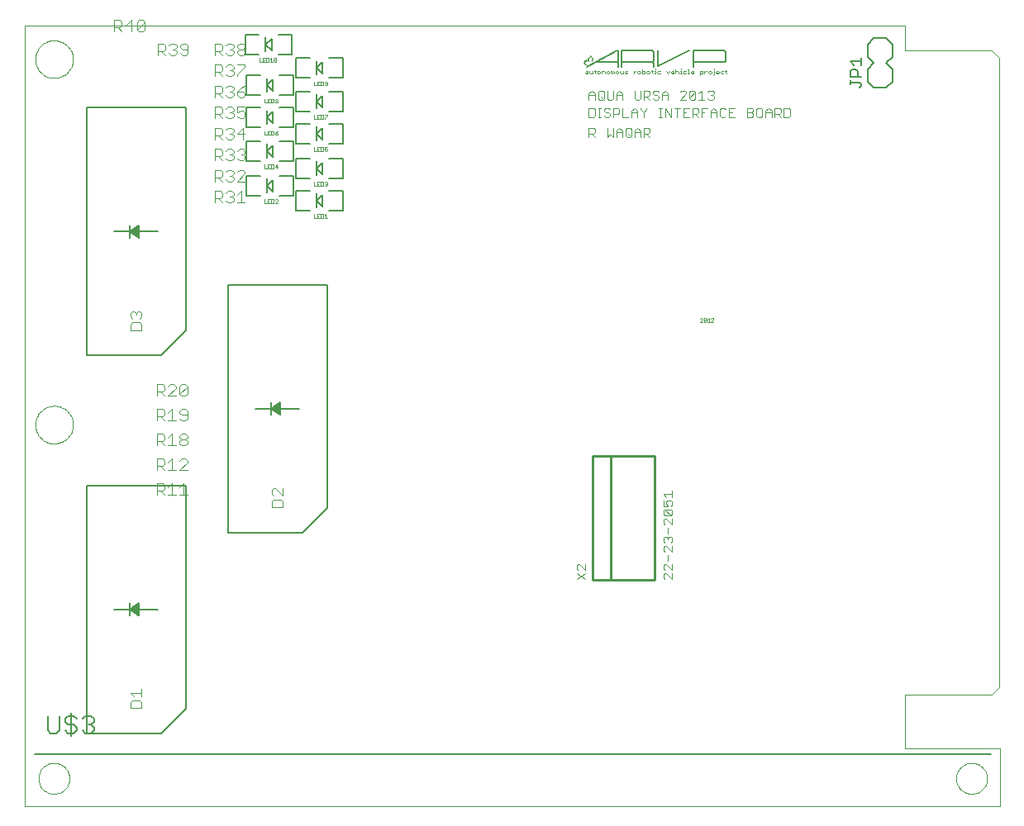
<source format=gto>
G75*
G70*
%OFA0B0*%
%FSLAX24Y24*%
%IPPOS*%
%LPD*%
%AMOC8*
5,1,8,0,0,1.08239X$1,22.5*
%
%ADD10C,0.0000*%
%ADD11C,0.0030*%
%ADD12C,0.0010*%
%ADD13C,0.0040*%
%ADD14C,0.0080*%
%ADD15C,0.0050*%
%ADD16C,0.0060*%
%ADD17C,0.0100*%
%ADD18C,0.0020*%
D10*
X000161Y010210D02*
X000161Y041706D01*
X035661Y041710D01*
X035661Y040710D01*
X039161Y040710D01*
X039461Y040410D01*
X039461Y015010D01*
X039161Y014710D01*
X035661Y014710D01*
X035661Y013710D01*
X035661Y014710D02*
X035661Y012560D01*
X039511Y012560D01*
X039511Y010210D01*
X000161Y010210D01*
X000732Y011337D02*
X000734Y011387D01*
X000740Y011436D01*
X000750Y011485D01*
X000763Y011532D01*
X000781Y011579D01*
X000802Y011624D01*
X000826Y011667D01*
X000854Y011708D01*
X000885Y011747D01*
X000919Y011783D01*
X000956Y011817D01*
X000996Y011847D01*
X001037Y011874D01*
X001081Y011898D01*
X001126Y011918D01*
X001173Y011934D01*
X001221Y011947D01*
X001270Y011956D01*
X001320Y011961D01*
X001369Y011962D01*
X001419Y011959D01*
X001468Y011952D01*
X001517Y011941D01*
X001564Y011927D01*
X001610Y011908D01*
X001655Y011886D01*
X001698Y011861D01*
X001738Y011832D01*
X001776Y011800D01*
X001812Y011766D01*
X001845Y011728D01*
X001874Y011688D01*
X001900Y011646D01*
X001923Y011602D01*
X001942Y011556D01*
X001958Y011509D01*
X001970Y011460D01*
X001978Y011411D01*
X001982Y011362D01*
X001982Y011312D01*
X001978Y011263D01*
X001970Y011214D01*
X001958Y011165D01*
X001942Y011118D01*
X001923Y011072D01*
X001900Y011028D01*
X001874Y010986D01*
X001845Y010946D01*
X001812Y010908D01*
X001776Y010874D01*
X001738Y010842D01*
X001698Y010813D01*
X001655Y010788D01*
X001610Y010766D01*
X001564Y010747D01*
X001517Y010733D01*
X001468Y010722D01*
X001419Y010715D01*
X001369Y010712D01*
X001320Y010713D01*
X001270Y010718D01*
X001221Y010727D01*
X001173Y010740D01*
X001126Y010756D01*
X001081Y010776D01*
X001037Y010800D01*
X000996Y010827D01*
X000956Y010857D01*
X000919Y010891D01*
X000885Y010927D01*
X000854Y010966D01*
X000826Y011007D01*
X000802Y011050D01*
X000781Y011095D01*
X000763Y011142D01*
X000750Y011189D01*
X000740Y011238D01*
X000734Y011287D01*
X000732Y011337D01*
X000601Y025610D02*
X000603Y025665D01*
X000609Y025719D01*
X000619Y025773D01*
X000632Y025827D01*
X000650Y025879D01*
X000671Y025929D01*
X000696Y025978D01*
X000724Y026025D01*
X000756Y026070D01*
X000791Y026112D01*
X000828Y026152D01*
X000869Y026189D01*
X000912Y026223D01*
X000957Y026254D01*
X001005Y026281D01*
X001054Y026305D01*
X001105Y026326D01*
X001158Y026342D01*
X001211Y026355D01*
X001265Y026364D01*
X001320Y026369D01*
X001375Y026370D01*
X001430Y026367D01*
X001484Y026360D01*
X001538Y026349D01*
X001591Y026334D01*
X001642Y026316D01*
X001693Y026294D01*
X001741Y026268D01*
X001788Y026239D01*
X001832Y026207D01*
X001874Y026171D01*
X001913Y026133D01*
X001949Y026091D01*
X001982Y026048D01*
X002012Y026002D01*
X002039Y025954D01*
X002062Y025904D01*
X002081Y025853D01*
X002097Y025800D01*
X002109Y025746D01*
X002117Y025692D01*
X002121Y025637D01*
X002121Y025583D01*
X002117Y025528D01*
X002109Y025474D01*
X002097Y025420D01*
X002081Y025367D01*
X002062Y025316D01*
X002039Y025266D01*
X002012Y025218D01*
X001982Y025172D01*
X001949Y025129D01*
X001913Y025087D01*
X001874Y025049D01*
X001832Y025013D01*
X001788Y024981D01*
X001741Y024952D01*
X001693Y024926D01*
X001642Y024904D01*
X001591Y024886D01*
X001538Y024871D01*
X001484Y024860D01*
X001430Y024853D01*
X001375Y024850D01*
X001320Y024851D01*
X001265Y024856D01*
X001211Y024865D01*
X001158Y024878D01*
X001105Y024894D01*
X001054Y024915D01*
X001005Y024939D01*
X000957Y024966D01*
X000912Y024997D01*
X000869Y025031D01*
X000828Y025068D01*
X000791Y025108D01*
X000756Y025150D01*
X000724Y025195D01*
X000696Y025242D01*
X000671Y025291D01*
X000650Y025341D01*
X000632Y025393D01*
X000619Y025447D01*
X000609Y025501D01*
X000603Y025555D01*
X000601Y025610D01*
X000601Y040360D02*
X000603Y040415D01*
X000609Y040469D01*
X000619Y040523D01*
X000632Y040577D01*
X000650Y040629D01*
X000671Y040679D01*
X000696Y040728D01*
X000724Y040775D01*
X000756Y040820D01*
X000791Y040862D01*
X000828Y040902D01*
X000869Y040939D01*
X000912Y040973D01*
X000957Y041004D01*
X001005Y041031D01*
X001054Y041055D01*
X001105Y041076D01*
X001158Y041092D01*
X001211Y041105D01*
X001265Y041114D01*
X001320Y041119D01*
X001375Y041120D01*
X001430Y041117D01*
X001484Y041110D01*
X001538Y041099D01*
X001591Y041084D01*
X001642Y041066D01*
X001693Y041044D01*
X001741Y041018D01*
X001788Y040989D01*
X001832Y040957D01*
X001874Y040921D01*
X001913Y040883D01*
X001949Y040841D01*
X001982Y040798D01*
X002012Y040752D01*
X002039Y040704D01*
X002062Y040654D01*
X002081Y040603D01*
X002097Y040550D01*
X002109Y040496D01*
X002117Y040442D01*
X002121Y040387D01*
X002121Y040333D01*
X002117Y040278D01*
X002109Y040224D01*
X002097Y040170D01*
X002081Y040117D01*
X002062Y040066D01*
X002039Y040016D01*
X002012Y039968D01*
X001982Y039922D01*
X001949Y039879D01*
X001913Y039837D01*
X001874Y039799D01*
X001832Y039763D01*
X001788Y039731D01*
X001741Y039702D01*
X001693Y039676D01*
X001642Y039654D01*
X001591Y039636D01*
X001538Y039621D01*
X001484Y039610D01*
X001430Y039603D01*
X001375Y039600D01*
X001320Y039601D01*
X001265Y039606D01*
X001211Y039615D01*
X001158Y039628D01*
X001105Y039644D01*
X001054Y039665D01*
X001005Y039689D01*
X000957Y039716D01*
X000912Y039747D01*
X000869Y039781D01*
X000828Y039818D01*
X000791Y039858D01*
X000756Y039900D01*
X000724Y039945D01*
X000696Y039992D01*
X000671Y040041D01*
X000650Y040091D01*
X000632Y040143D01*
X000619Y040197D01*
X000609Y040251D01*
X000603Y040305D01*
X000601Y040360D01*
X035661Y040706D02*
X035661Y041710D01*
X037740Y011337D02*
X037742Y011387D01*
X037748Y011436D01*
X037758Y011485D01*
X037771Y011532D01*
X037789Y011579D01*
X037810Y011624D01*
X037834Y011667D01*
X037862Y011708D01*
X037893Y011747D01*
X037927Y011783D01*
X037964Y011817D01*
X038004Y011847D01*
X038045Y011874D01*
X038089Y011898D01*
X038134Y011918D01*
X038181Y011934D01*
X038229Y011947D01*
X038278Y011956D01*
X038328Y011961D01*
X038377Y011962D01*
X038427Y011959D01*
X038476Y011952D01*
X038525Y011941D01*
X038572Y011927D01*
X038618Y011908D01*
X038663Y011886D01*
X038706Y011861D01*
X038746Y011832D01*
X038784Y011800D01*
X038820Y011766D01*
X038853Y011728D01*
X038882Y011688D01*
X038908Y011646D01*
X038931Y011602D01*
X038950Y011556D01*
X038966Y011509D01*
X038978Y011460D01*
X038986Y011411D01*
X038990Y011362D01*
X038990Y011312D01*
X038986Y011263D01*
X038978Y011214D01*
X038966Y011165D01*
X038950Y011118D01*
X038931Y011072D01*
X038908Y011028D01*
X038882Y010986D01*
X038853Y010946D01*
X038820Y010908D01*
X038784Y010874D01*
X038746Y010842D01*
X038706Y010813D01*
X038663Y010788D01*
X038618Y010766D01*
X038572Y010747D01*
X038525Y010733D01*
X038476Y010722D01*
X038427Y010715D01*
X038377Y010712D01*
X038328Y010713D01*
X038278Y010718D01*
X038229Y010727D01*
X038181Y010740D01*
X038134Y010756D01*
X038089Y010776D01*
X038045Y010800D01*
X038004Y010827D01*
X037964Y010857D01*
X037927Y010891D01*
X037893Y010927D01*
X037862Y010966D01*
X037834Y011007D01*
X037810Y011050D01*
X037789Y011095D01*
X037771Y011142D01*
X037758Y011189D01*
X037748Y011238D01*
X037742Y011287D01*
X037740Y011337D01*
D11*
X025383Y037225D02*
X025260Y037348D01*
X025321Y037348D02*
X025136Y037348D01*
X025136Y037225D02*
X025136Y037595D01*
X025321Y037595D01*
X025383Y037533D01*
X025383Y037410D01*
X025321Y037348D01*
X025015Y037410D02*
X024768Y037410D01*
X024768Y037472D02*
X024768Y037225D01*
X024646Y037225D02*
X024523Y037348D01*
X024585Y037225D02*
X024461Y037225D01*
X024399Y037286D01*
X024399Y037533D01*
X024461Y037595D01*
X024585Y037595D01*
X024646Y037533D01*
X024646Y037286D01*
X024585Y037225D01*
X024278Y037225D02*
X024278Y037472D01*
X024155Y037595D01*
X024031Y037472D01*
X024031Y037225D01*
X023910Y037225D02*
X023910Y037595D01*
X024031Y037410D02*
X024278Y037410D01*
X023910Y037225D02*
X023786Y037348D01*
X023663Y037225D01*
X023663Y037595D01*
X023602Y038025D02*
X023540Y038086D01*
X023602Y038025D02*
X023725Y038025D01*
X023787Y038086D01*
X023787Y038148D01*
X023725Y038210D01*
X023602Y038210D01*
X023540Y038272D01*
X023540Y038333D01*
X023602Y038395D01*
X023725Y038395D01*
X023787Y038333D01*
X023908Y038395D02*
X024094Y038395D01*
X024155Y038333D01*
X024155Y038210D01*
X024094Y038148D01*
X023908Y038148D01*
X023908Y038025D02*
X023908Y038395D01*
X023848Y038725D02*
X023910Y038786D01*
X023910Y039095D01*
X024031Y038972D02*
X024155Y039095D01*
X024278Y038972D01*
X024278Y038725D01*
X024278Y038910D02*
X024031Y038910D01*
X024031Y038972D02*
X024031Y038725D01*
X023848Y038725D02*
X023725Y038725D01*
X023663Y038786D01*
X023663Y039095D01*
X023541Y039033D02*
X023541Y038786D01*
X023480Y038725D01*
X023356Y038725D01*
X023295Y038786D01*
X023295Y039033D01*
X023356Y039095D01*
X023480Y039095D01*
X023541Y039033D01*
X023418Y038848D02*
X023541Y038725D01*
X023418Y038395D02*
X023295Y038395D01*
X023356Y038395D02*
X023356Y038025D01*
X023295Y038025D02*
X023418Y038025D01*
X023173Y038086D02*
X023173Y038333D01*
X023111Y038395D01*
X022926Y038395D01*
X022926Y038025D01*
X023111Y038025D01*
X023173Y038086D01*
X023111Y037595D02*
X023173Y037533D01*
X023173Y037410D01*
X023111Y037348D01*
X022926Y037348D01*
X022926Y037225D02*
X022926Y037595D01*
X023111Y037595D01*
X023050Y037348D02*
X023173Y037225D01*
X024277Y038025D02*
X024277Y038395D01*
X024277Y038025D02*
X024524Y038025D01*
X024645Y038025D02*
X024645Y038272D01*
X024768Y038395D01*
X024892Y038272D01*
X024892Y038025D01*
X024892Y038210D02*
X024645Y038210D01*
X025013Y038333D02*
X025137Y038210D01*
X025137Y038025D01*
X025137Y038210D02*
X025260Y038333D01*
X025260Y038395D01*
X025013Y038395D02*
X025013Y038333D01*
X024953Y038725D02*
X025015Y038786D01*
X025015Y039095D01*
X025136Y039095D02*
X025321Y039095D01*
X025383Y039033D01*
X025383Y038910D01*
X025321Y038848D01*
X025136Y038848D01*
X025136Y038725D02*
X025136Y039095D01*
X025260Y038848D02*
X025383Y038725D01*
X025504Y038786D02*
X025566Y038725D01*
X025690Y038725D01*
X025751Y038786D01*
X025751Y038848D01*
X025690Y038910D01*
X025566Y038910D01*
X025504Y038972D01*
X025504Y039033D01*
X025566Y039095D01*
X025690Y039095D01*
X025751Y039033D01*
X025873Y038972D02*
X025996Y039095D01*
X026120Y038972D01*
X026120Y038725D01*
X026120Y038910D02*
X025873Y038910D01*
X025873Y038972D02*
X025873Y038725D01*
X025873Y038395D02*
X025750Y038395D01*
X025812Y038395D02*
X025812Y038025D01*
X025873Y038025D02*
X025750Y038025D01*
X025995Y038025D02*
X025995Y038395D01*
X026242Y038025D01*
X026242Y038395D01*
X026364Y038395D02*
X026611Y038395D01*
X026732Y038395D02*
X026732Y038025D01*
X026979Y038025D01*
X027100Y038025D02*
X027100Y038395D01*
X027286Y038395D01*
X027347Y038333D01*
X027347Y038210D01*
X027286Y038148D01*
X027100Y038148D01*
X027224Y038148D02*
X027347Y038025D01*
X027469Y038025D02*
X027469Y038395D01*
X027716Y038395D01*
X027837Y038272D02*
X027960Y038395D01*
X028084Y038272D01*
X028084Y038025D01*
X028205Y038086D02*
X028205Y038333D01*
X028267Y038395D01*
X028390Y038395D01*
X028452Y038333D01*
X028574Y038395D02*
X028574Y038025D01*
X028820Y038025D01*
X028697Y038210D02*
X028574Y038210D01*
X028452Y038086D02*
X028390Y038025D01*
X028267Y038025D01*
X028205Y038086D01*
X028084Y038210D02*
X027837Y038210D01*
X027837Y038272D02*
X027837Y038025D01*
X027592Y038210D02*
X027469Y038210D01*
X027469Y038725D02*
X027469Y039095D01*
X027346Y038972D01*
X027224Y039033D02*
X026978Y038786D01*
X027039Y038725D01*
X027163Y038725D01*
X027224Y038786D01*
X027224Y039033D01*
X027163Y039095D01*
X027039Y039095D01*
X026978Y039033D01*
X026978Y038786D01*
X026856Y038725D02*
X026609Y038725D01*
X026856Y038972D01*
X026856Y039033D01*
X026794Y039095D01*
X026671Y039095D01*
X026609Y039033D01*
X026487Y038395D02*
X026487Y038025D01*
X026732Y038210D02*
X026855Y038210D01*
X026979Y038395D02*
X026732Y038395D01*
X027346Y038725D02*
X027593Y038725D01*
X027714Y038786D02*
X027776Y038725D01*
X027899Y038725D01*
X027961Y038786D01*
X027961Y038848D01*
X027899Y038910D01*
X027838Y038910D01*
X027899Y038910D02*
X027961Y038972D01*
X027961Y039033D01*
X027899Y039095D01*
X027776Y039095D01*
X027714Y039033D01*
X028574Y038395D02*
X028820Y038395D01*
X029310Y038395D02*
X029310Y038025D01*
X029495Y038025D01*
X029557Y038086D01*
X029557Y038148D01*
X029495Y038210D01*
X029310Y038210D01*
X029310Y038395D02*
X029495Y038395D01*
X029557Y038333D01*
X029557Y038272D01*
X029495Y038210D01*
X029679Y038333D02*
X029679Y038086D01*
X029740Y038025D01*
X029864Y038025D01*
X029925Y038086D01*
X029925Y038333D01*
X029864Y038395D01*
X029740Y038395D01*
X029679Y038333D01*
X030047Y038272D02*
X030170Y038395D01*
X030294Y038272D01*
X030294Y038025D01*
X030415Y038025D02*
X030415Y038395D01*
X030600Y038395D01*
X030662Y038333D01*
X030662Y038210D01*
X030600Y038148D01*
X030415Y038148D01*
X030539Y038148D02*
X030662Y038025D01*
X030783Y038025D02*
X030783Y038395D01*
X030969Y038395D01*
X031030Y038333D01*
X031030Y038086D01*
X030969Y038025D01*
X030783Y038025D01*
X030294Y038210D02*
X030047Y038210D01*
X030047Y038272D02*
X030047Y038025D01*
X025015Y037472D02*
X025015Y037225D01*
X025015Y037472D02*
X024891Y037595D01*
X024768Y037472D01*
X024829Y038725D02*
X024953Y038725D01*
X024829Y038725D02*
X024768Y038786D01*
X024768Y039095D01*
X023173Y038972D02*
X023173Y038725D01*
X023173Y038910D02*
X022926Y038910D01*
X022926Y038972D02*
X023050Y039095D01*
X023173Y038972D01*
X022926Y038972D02*
X022926Y038725D01*
D12*
X027441Y029915D02*
X027416Y029890D01*
X027441Y029915D02*
X027491Y029915D01*
X027516Y029890D01*
X027516Y029865D01*
X027416Y029765D01*
X027516Y029765D01*
X027564Y029790D02*
X027664Y029890D01*
X027664Y029790D01*
X027639Y029765D01*
X027589Y029765D01*
X027564Y029790D01*
X027564Y029890D01*
X027589Y029915D01*
X027639Y029915D01*
X027664Y029890D01*
X027711Y029865D02*
X027761Y029915D01*
X027761Y029765D01*
X027711Y029765D02*
X027811Y029765D01*
X027858Y029765D02*
X027958Y029865D01*
X027958Y029890D01*
X027933Y029915D01*
X027883Y029915D01*
X027858Y029890D01*
X027858Y029765D02*
X027958Y029765D01*
X012369Y033955D02*
X012269Y033955D01*
X012319Y033955D02*
X012319Y034105D01*
X012269Y034055D01*
X012222Y034080D02*
X012197Y034105D01*
X012122Y034105D01*
X012122Y033955D01*
X012197Y033955D01*
X012222Y033980D01*
X012222Y034080D01*
X012074Y034105D02*
X011974Y034105D01*
X011974Y033955D01*
X012074Y033955D01*
X012024Y034030D02*
X011974Y034030D01*
X011927Y033955D02*
X011827Y033955D01*
X011827Y034105D01*
X011827Y035255D02*
X011927Y035255D01*
X011974Y035255D02*
X012074Y035255D01*
X012122Y035255D02*
X012197Y035255D01*
X012222Y035280D01*
X012222Y035380D01*
X012197Y035405D01*
X012122Y035405D01*
X012122Y035255D01*
X012024Y035330D02*
X011974Y035330D01*
X011974Y035405D02*
X011974Y035255D01*
X011827Y035255D02*
X011827Y035405D01*
X011974Y035405D02*
X012074Y035405D01*
X012269Y035380D02*
X012294Y035405D01*
X012344Y035405D01*
X012369Y035380D01*
X012369Y035355D01*
X012344Y035330D01*
X012369Y035305D01*
X012369Y035280D01*
X012344Y035255D01*
X012294Y035255D01*
X012269Y035280D01*
X012319Y035330D02*
X012344Y035330D01*
X012344Y036655D02*
X012294Y036655D01*
X012269Y036680D01*
X012222Y036680D02*
X012222Y036780D01*
X012197Y036805D01*
X012122Y036805D01*
X012122Y036655D01*
X012197Y036655D01*
X012222Y036680D01*
X012269Y036730D02*
X012319Y036755D01*
X012344Y036755D01*
X012369Y036730D01*
X012369Y036680D01*
X012344Y036655D01*
X012269Y036730D02*
X012269Y036805D01*
X012369Y036805D01*
X012074Y036805D02*
X011974Y036805D01*
X011974Y036655D01*
X012074Y036655D01*
X012024Y036730D02*
X011974Y036730D01*
X011927Y036655D02*
X011827Y036655D01*
X011827Y036805D01*
X011827Y037955D02*
X011927Y037955D01*
X011974Y037955D02*
X012074Y037955D01*
X012122Y037955D02*
X012197Y037955D01*
X012222Y037980D01*
X012222Y038080D01*
X012197Y038105D01*
X012122Y038105D01*
X012122Y037955D01*
X012024Y038030D02*
X011974Y038030D01*
X011974Y038105D02*
X011974Y037955D01*
X011827Y037955D02*
X011827Y038105D01*
X011974Y038105D02*
X012074Y038105D01*
X012269Y038105D02*
X012369Y038105D01*
X012369Y038080D01*
X012269Y037980D01*
X012269Y037955D01*
X012294Y039305D02*
X012344Y039305D01*
X012369Y039330D01*
X012369Y039430D01*
X012344Y039455D01*
X012294Y039455D01*
X012269Y039430D01*
X012269Y039405D01*
X012294Y039380D01*
X012369Y039380D01*
X012294Y039305D02*
X012269Y039330D01*
X012222Y039330D02*
X012222Y039430D01*
X012197Y039455D01*
X012122Y039455D01*
X012122Y039305D01*
X012197Y039305D01*
X012222Y039330D01*
X012074Y039305D02*
X011974Y039305D01*
X011974Y039455D01*
X012074Y039455D01*
X012024Y039380D02*
X011974Y039380D01*
X011927Y039305D02*
X011827Y039305D01*
X011827Y039455D01*
X010369Y038730D02*
X010369Y038705D01*
X010344Y038680D01*
X010294Y038680D01*
X010269Y038705D01*
X010269Y038730D01*
X010294Y038755D01*
X010344Y038755D01*
X010369Y038730D01*
X010344Y038680D02*
X010369Y038655D01*
X010369Y038630D01*
X010344Y038605D01*
X010294Y038605D01*
X010269Y038630D01*
X010269Y038655D01*
X010294Y038680D01*
X010222Y038730D02*
X010197Y038755D01*
X010122Y038755D01*
X010122Y038605D01*
X010197Y038605D01*
X010222Y038630D01*
X010222Y038730D01*
X010074Y038755D02*
X009974Y038755D01*
X009974Y038605D01*
X010074Y038605D01*
X010024Y038680D02*
X009974Y038680D01*
X009927Y038605D02*
X009827Y038605D01*
X009827Y038755D01*
X009827Y037455D02*
X009827Y037305D01*
X009927Y037305D01*
X009974Y037305D02*
X009974Y037455D01*
X010074Y037455D01*
X010122Y037455D02*
X010197Y037455D01*
X010222Y037430D01*
X010222Y037330D01*
X010197Y037305D01*
X010122Y037305D01*
X010122Y037455D01*
X010024Y037380D02*
X009974Y037380D01*
X009974Y037305D02*
X010074Y037305D01*
X010269Y037330D02*
X010294Y037305D01*
X010344Y037305D01*
X010369Y037330D01*
X010369Y037355D01*
X010344Y037380D01*
X010269Y037380D01*
X010269Y037330D01*
X010269Y037380D02*
X010319Y037430D01*
X010369Y037455D01*
X010344Y036105D02*
X010269Y036030D01*
X010369Y036030D01*
X010344Y035955D02*
X010344Y036105D01*
X010222Y036080D02*
X010197Y036105D01*
X010122Y036105D01*
X010122Y035955D01*
X010197Y035955D01*
X010222Y035980D01*
X010222Y036080D01*
X010074Y036105D02*
X009974Y036105D01*
X009974Y035955D01*
X010074Y035955D01*
X010024Y036030D02*
X009974Y036030D01*
X009927Y035955D02*
X009827Y035955D01*
X009827Y036105D01*
X009827Y034705D02*
X009827Y034555D01*
X009927Y034555D01*
X009974Y034555D02*
X010074Y034555D01*
X010122Y034555D02*
X010197Y034555D01*
X010222Y034580D01*
X010222Y034680D01*
X010197Y034705D01*
X010122Y034705D01*
X010122Y034555D01*
X010024Y034630D02*
X009974Y034630D01*
X009974Y034705D02*
X009974Y034555D01*
X009974Y034705D02*
X010074Y034705D01*
X010269Y034680D02*
X010294Y034705D01*
X010344Y034705D01*
X010369Y034680D01*
X010369Y034655D01*
X010269Y034555D01*
X010369Y034555D01*
X010294Y040255D02*
X010244Y040255D01*
X010219Y040280D01*
X010319Y040380D01*
X010319Y040280D01*
X010294Y040255D01*
X010219Y040280D02*
X010219Y040380D01*
X010244Y040405D01*
X010294Y040405D01*
X010319Y040380D01*
X010172Y040255D02*
X010072Y040255D01*
X010122Y040255D02*
X010122Y040405D01*
X010072Y040355D01*
X010024Y040380D02*
X009999Y040405D01*
X009924Y040405D01*
X009924Y040255D01*
X009999Y040255D01*
X010024Y040280D01*
X010024Y040380D01*
X009877Y040405D02*
X009777Y040405D01*
X009777Y040255D01*
X009877Y040255D01*
X009827Y040330D02*
X009777Y040330D01*
X009730Y040255D02*
X009630Y040255D01*
X009630Y040405D01*
D13*
X009059Y040606D02*
X008982Y040530D01*
X008829Y040530D01*
X008752Y040606D01*
X008752Y040683D01*
X008829Y040760D01*
X008982Y040760D01*
X009059Y040683D01*
X009059Y040606D01*
X008982Y040760D02*
X009059Y040837D01*
X009059Y040913D01*
X008982Y040990D01*
X008829Y040990D01*
X008752Y040913D01*
X008752Y040837D01*
X008829Y040760D01*
X008599Y040837D02*
X008522Y040760D01*
X008599Y040683D01*
X008599Y040606D01*
X008522Y040530D01*
X008368Y040530D01*
X008292Y040606D01*
X008138Y040530D02*
X007985Y040683D01*
X008061Y040683D02*
X007831Y040683D01*
X007831Y040530D02*
X007831Y040990D01*
X008061Y040990D01*
X008138Y040913D01*
X008138Y040760D01*
X008061Y040683D01*
X008292Y040913D02*
X008368Y040990D01*
X008522Y040990D01*
X008599Y040913D01*
X008599Y040837D01*
X008522Y040760D02*
X008445Y040760D01*
X008368Y040140D02*
X008292Y040063D01*
X008368Y040140D02*
X008522Y040140D01*
X008599Y040063D01*
X008599Y039987D01*
X008522Y039910D01*
X008599Y039833D01*
X008599Y039756D01*
X008522Y039680D01*
X008368Y039680D01*
X008292Y039756D01*
X008138Y039680D02*
X007985Y039833D01*
X008061Y039833D02*
X007831Y039833D01*
X007831Y039680D02*
X007831Y040140D01*
X008061Y040140D01*
X008138Y040063D01*
X008138Y039910D01*
X008061Y039833D01*
X008445Y039910D02*
X008522Y039910D01*
X008752Y039756D02*
X009059Y040063D01*
X009059Y040140D01*
X008752Y040140D01*
X008752Y039756D02*
X008752Y039680D01*
X008522Y039290D02*
X008599Y039213D01*
X008599Y039137D01*
X008522Y039060D01*
X008599Y038983D01*
X008599Y038906D01*
X008522Y038830D01*
X008368Y038830D01*
X008292Y038906D01*
X008138Y038830D02*
X007985Y038983D01*
X008061Y038983D02*
X007831Y038983D01*
X007831Y038830D02*
X007831Y039290D01*
X008061Y039290D01*
X008138Y039213D01*
X008138Y039060D01*
X008061Y038983D01*
X008292Y039213D02*
X008368Y039290D01*
X008522Y039290D01*
X008522Y039060D02*
X008445Y039060D01*
X008752Y039060D02*
X008905Y039213D01*
X009059Y039290D01*
X008982Y039060D02*
X008752Y039060D01*
X008752Y038906D01*
X008829Y038830D01*
X008982Y038830D01*
X009059Y038906D01*
X009059Y038983D01*
X008982Y039060D01*
X009059Y038440D02*
X008752Y038440D01*
X008752Y038210D01*
X008905Y038287D01*
X008982Y038287D01*
X009059Y038210D01*
X009059Y038056D01*
X008982Y037980D01*
X008829Y037980D01*
X008752Y038056D01*
X008599Y038056D02*
X008522Y037980D01*
X008368Y037980D01*
X008292Y038056D01*
X008138Y037980D02*
X007985Y038133D01*
X008061Y038133D02*
X007831Y038133D01*
X007831Y037980D02*
X007831Y038440D01*
X008061Y038440D01*
X008138Y038363D01*
X008138Y038210D01*
X008061Y038133D01*
X008292Y038363D02*
X008368Y038440D01*
X008522Y038440D01*
X008599Y038363D01*
X008599Y038287D01*
X008522Y038210D01*
X008599Y038133D01*
X008599Y038056D01*
X008522Y038210D02*
X008445Y038210D01*
X008368Y037590D02*
X008292Y037513D01*
X008368Y037590D02*
X008522Y037590D01*
X008599Y037513D01*
X008599Y037437D01*
X008522Y037360D01*
X008599Y037283D01*
X008599Y037206D01*
X008522Y037130D01*
X008368Y037130D01*
X008292Y037206D01*
X008138Y037130D02*
X007985Y037283D01*
X008061Y037283D02*
X007831Y037283D01*
X007831Y037130D02*
X007831Y037590D01*
X008061Y037590D01*
X008138Y037513D01*
X008138Y037360D01*
X008061Y037283D01*
X008445Y037360D02*
X008522Y037360D01*
X008752Y037360D02*
X008982Y037590D01*
X008982Y037130D01*
X009059Y037360D02*
X008752Y037360D01*
X008829Y036740D02*
X008982Y036740D01*
X009059Y036663D01*
X009059Y036587D01*
X008982Y036510D01*
X009059Y036433D01*
X009059Y036356D01*
X008982Y036280D01*
X008829Y036280D01*
X008752Y036356D01*
X008599Y036356D02*
X008522Y036280D01*
X008368Y036280D01*
X008292Y036356D01*
X008138Y036280D02*
X007985Y036433D01*
X008061Y036433D02*
X007831Y036433D01*
X007831Y036280D02*
X007831Y036740D01*
X008061Y036740D01*
X008138Y036663D01*
X008138Y036510D01*
X008061Y036433D01*
X008292Y036663D02*
X008368Y036740D01*
X008522Y036740D01*
X008599Y036663D01*
X008599Y036587D01*
X008522Y036510D01*
X008599Y036433D01*
X008599Y036356D01*
X008522Y036510D02*
X008445Y036510D01*
X008752Y036663D02*
X008829Y036740D01*
X008905Y036510D02*
X008982Y036510D01*
X008982Y035890D02*
X008829Y035890D01*
X008752Y035813D01*
X008599Y035813D02*
X008599Y035737D01*
X008522Y035660D01*
X008599Y035583D01*
X008599Y035506D01*
X008522Y035430D01*
X008368Y035430D01*
X008292Y035506D01*
X008138Y035430D02*
X007985Y035583D01*
X008061Y035583D02*
X007831Y035583D01*
X007831Y035430D02*
X007831Y035890D01*
X008061Y035890D01*
X008138Y035813D01*
X008138Y035660D01*
X008061Y035583D01*
X008292Y035813D02*
X008368Y035890D01*
X008522Y035890D01*
X008599Y035813D01*
X008522Y035660D02*
X008445Y035660D01*
X008752Y035430D02*
X009059Y035737D01*
X009059Y035813D01*
X008982Y035890D01*
X009059Y035430D02*
X008752Y035430D01*
X008905Y035040D02*
X008905Y034580D01*
X008752Y034580D02*
X009059Y034580D01*
X008752Y034887D02*
X008905Y035040D01*
X008599Y034963D02*
X008599Y034887D01*
X008522Y034810D01*
X008599Y034733D01*
X008599Y034656D01*
X008522Y034580D01*
X008368Y034580D01*
X008292Y034656D01*
X008138Y034580D02*
X007985Y034733D01*
X008061Y034733D02*
X007831Y034733D01*
X007831Y034580D02*
X007831Y035040D01*
X008061Y035040D01*
X008138Y034963D01*
X008138Y034810D01*
X008061Y034733D01*
X008292Y034963D02*
X008368Y035040D01*
X008522Y035040D01*
X008599Y034963D01*
X008522Y034810D02*
X008445Y034810D01*
X004815Y030197D02*
X004891Y030120D01*
X004891Y029967D01*
X004815Y029890D01*
X004815Y029737D02*
X004508Y029737D01*
X004431Y029660D01*
X004431Y029430D01*
X004891Y029430D01*
X004891Y029660D01*
X004815Y029737D01*
X004661Y030044D02*
X004661Y030120D01*
X004738Y030197D01*
X004815Y030197D01*
X004661Y030120D02*
X004584Y030197D01*
X004508Y030197D01*
X004431Y030120D01*
X004431Y029967D01*
X004508Y029890D01*
X005500Y027240D02*
X005730Y027240D01*
X005807Y027163D01*
X005807Y027010D01*
X005730Y026933D01*
X005500Y026933D01*
X005500Y026780D02*
X005500Y027240D01*
X005654Y026933D02*
X005807Y026780D01*
X005960Y026780D02*
X006267Y027087D01*
X006267Y027163D01*
X006191Y027240D01*
X006037Y027240D01*
X005960Y027163D01*
X005960Y026780D02*
X006267Y026780D01*
X006421Y026856D02*
X006498Y026780D01*
X006651Y026780D01*
X006728Y026856D01*
X006728Y027163D01*
X006421Y026856D01*
X006421Y027163D01*
X006498Y027240D01*
X006651Y027240D01*
X006728Y027163D01*
X006651Y026240D02*
X006498Y026240D01*
X006421Y026163D01*
X006421Y026087D01*
X006498Y026010D01*
X006728Y026010D01*
X006728Y026163D02*
X006651Y026240D01*
X006728Y026163D02*
X006728Y025856D01*
X006651Y025780D01*
X006498Y025780D01*
X006421Y025856D01*
X006267Y025780D02*
X005960Y025780D01*
X005807Y025780D02*
X005654Y025933D01*
X005730Y025933D02*
X005500Y025933D01*
X005500Y025780D02*
X005500Y026240D01*
X005730Y026240D01*
X005807Y026163D01*
X005807Y026010D01*
X005730Y025933D01*
X005960Y026087D02*
X006114Y026240D01*
X006114Y025780D01*
X006114Y025240D02*
X006114Y024780D01*
X006267Y024780D02*
X005960Y024780D01*
X005807Y024780D02*
X005654Y024933D01*
X005730Y024933D02*
X005500Y024933D01*
X005500Y024780D02*
X005500Y025240D01*
X005730Y025240D01*
X005807Y025163D01*
X005807Y025010D01*
X005730Y024933D01*
X005960Y025087D02*
X006114Y025240D01*
X006421Y025163D02*
X006421Y025087D01*
X006498Y025010D01*
X006651Y025010D01*
X006728Y024933D01*
X006728Y024856D01*
X006651Y024780D01*
X006498Y024780D01*
X006421Y024856D01*
X006421Y024933D01*
X006498Y025010D01*
X006651Y025010D02*
X006728Y025087D01*
X006728Y025163D01*
X006651Y025240D01*
X006498Y025240D01*
X006421Y025163D01*
X006498Y024240D02*
X006421Y024163D01*
X006498Y024240D02*
X006651Y024240D01*
X006728Y024163D01*
X006728Y024087D01*
X006421Y023780D01*
X006728Y023780D01*
X006267Y023780D02*
X005960Y023780D01*
X005807Y023780D02*
X005654Y023933D01*
X005730Y023933D02*
X005500Y023933D01*
X005500Y023780D02*
X005500Y024240D01*
X005730Y024240D01*
X005807Y024163D01*
X005807Y024010D01*
X005730Y023933D01*
X005960Y024087D02*
X006114Y024240D01*
X006114Y023780D01*
X006114Y023240D02*
X006114Y022780D01*
X006267Y022780D02*
X005960Y022780D01*
X005807Y022780D02*
X005654Y022933D01*
X005730Y022933D02*
X005500Y022933D01*
X005500Y022780D02*
X005500Y023240D01*
X005730Y023240D01*
X005807Y023163D01*
X005807Y023010D01*
X005730Y022933D01*
X005960Y023087D02*
X006114Y023240D01*
X006421Y023087D02*
X006574Y023240D01*
X006574Y022780D01*
X006421Y022780D02*
X006728Y022780D01*
X010131Y022817D02*
X010208Y022740D01*
X010131Y022817D02*
X010131Y022970D01*
X010208Y023047D01*
X010284Y023047D01*
X010591Y022740D01*
X010591Y023047D01*
X010515Y022587D02*
X010208Y022587D01*
X010131Y022510D01*
X010131Y022280D01*
X010591Y022280D01*
X010591Y022510D01*
X010515Y022587D01*
X004891Y014947D02*
X004891Y014640D01*
X004891Y014794D02*
X004431Y014794D01*
X004584Y014640D01*
X004508Y014487D02*
X004431Y014410D01*
X004431Y014180D01*
X004891Y014180D01*
X004891Y014410D01*
X004815Y014487D01*
X004508Y014487D01*
X022431Y019380D02*
X022791Y019620D01*
X022791Y019748D02*
X022551Y019988D01*
X022491Y019988D01*
X022431Y019928D01*
X022431Y019808D01*
X022491Y019748D01*
X022431Y019620D02*
X022791Y019380D01*
X022791Y019748D02*
X022791Y019988D01*
X025931Y019928D02*
X025931Y019808D01*
X025991Y019748D01*
X025991Y019620D02*
X025931Y019560D01*
X025931Y019440D01*
X025991Y019380D01*
X025991Y019620D02*
X026051Y019620D01*
X026291Y019380D01*
X026291Y019620D01*
X026291Y019748D02*
X026051Y019988D01*
X025991Y019988D01*
X025931Y019928D01*
X026111Y020116D02*
X026111Y020357D01*
X025991Y020485D02*
X025931Y020545D01*
X025931Y020665D01*
X025991Y020725D01*
X026051Y020725D01*
X026291Y020485D01*
X026291Y020725D01*
X026231Y020853D02*
X026291Y020913D01*
X026291Y021033D01*
X026231Y021093D01*
X026171Y021093D01*
X026111Y021033D01*
X026111Y020973D01*
X026111Y021033D02*
X026051Y021093D01*
X025991Y021093D01*
X025931Y021033D01*
X025931Y020913D01*
X025991Y020853D01*
X026111Y021221D02*
X026111Y021461D01*
X025991Y021590D02*
X025931Y021650D01*
X025931Y021770D01*
X025991Y021830D01*
X026051Y021830D01*
X026291Y021590D01*
X026291Y021830D01*
X026231Y021958D02*
X025991Y022198D01*
X026231Y022198D01*
X026291Y022138D01*
X026291Y022018D01*
X026231Y021958D01*
X025991Y021958D01*
X025931Y022018D01*
X025931Y022138D01*
X025991Y022198D01*
X025931Y022326D02*
X026111Y022326D01*
X026051Y022446D01*
X026051Y022506D01*
X026111Y022566D01*
X026231Y022566D01*
X026291Y022506D01*
X026291Y022386D01*
X026231Y022326D01*
X025931Y022326D02*
X025931Y022566D01*
X026051Y022695D02*
X025931Y022815D01*
X026291Y022815D01*
X026291Y022695D02*
X026291Y022935D01*
X026291Y019988D02*
X026291Y019748D01*
X006682Y040530D02*
X006529Y040530D01*
X006452Y040606D01*
X006299Y040606D02*
X006222Y040530D01*
X006068Y040530D01*
X005992Y040606D01*
X005838Y040530D02*
X005685Y040683D01*
X005761Y040683D02*
X005531Y040683D01*
X005531Y040530D02*
X005531Y040990D01*
X005761Y040990D01*
X005838Y040913D01*
X005838Y040760D01*
X005761Y040683D01*
X005992Y040913D02*
X006068Y040990D01*
X006222Y040990D01*
X006299Y040913D01*
X006299Y040837D01*
X006222Y040760D01*
X006299Y040683D01*
X006299Y040606D01*
X006222Y040760D02*
X006145Y040760D01*
X006452Y040837D02*
X006529Y040760D01*
X006759Y040760D01*
X006759Y040913D02*
X006682Y040990D01*
X006529Y040990D01*
X006452Y040913D01*
X006452Y040837D01*
X006759Y040913D02*
X006759Y040606D01*
X006682Y040530D01*
X005009Y041556D02*
X004932Y041480D01*
X004779Y041480D01*
X004702Y041556D01*
X005009Y041863D01*
X005009Y041556D01*
X004702Y041556D02*
X004702Y041863D01*
X004779Y041940D01*
X004932Y041940D01*
X005009Y041863D01*
X004549Y041710D02*
X004242Y041710D01*
X004472Y041940D01*
X004472Y041480D01*
X004088Y041480D02*
X003935Y041633D01*
X004011Y041633D02*
X003781Y041633D01*
X003781Y041480D02*
X003781Y041940D01*
X004011Y041940D01*
X004088Y041863D01*
X004088Y041710D01*
X004011Y041633D01*
D14*
X002661Y038410D02*
X006661Y038410D01*
X006661Y029410D01*
X005661Y028410D01*
X002661Y028410D01*
X002661Y038410D01*
X004411Y033660D02*
X004411Y033160D01*
X003786Y033410D02*
X005536Y033410D01*
X008361Y031260D02*
X012361Y031260D01*
X012361Y022260D01*
X011361Y021260D01*
X008361Y021260D01*
X008361Y031260D01*
X011116Y034266D02*
X011116Y035053D01*
X011668Y035053D01*
X011943Y034935D02*
X011943Y034660D01*
X012179Y034896D01*
X012179Y034424D01*
X011943Y034660D01*
X011943Y034384D01*
X011668Y034266D02*
X011116Y034266D01*
X011006Y034866D02*
X010455Y034866D01*
X010179Y035024D02*
X010179Y035496D01*
X009943Y035260D01*
X010179Y035024D01*
X009943Y034984D02*
X009943Y035260D01*
X009943Y035535D01*
X009668Y035653D02*
X009116Y035653D01*
X009116Y034866D01*
X009668Y034866D01*
X010455Y035653D02*
X011006Y035653D01*
X011006Y034866D01*
X011116Y035566D02*
X011116Y036353D01*
X011668Y036353D01*
X011943Y036235D02*
X011943Y035960D01*
X012179Y036196D01*
X012179Y035724D01*
X011943Y035960D01*
X011943Y035684D01*
X011668Y035566D02*
X011116Y035566D01*
X011006Y036266D02*
X010455Y036266D01*
X010179Y036424D02*
X010179Y036896D01*
X009943Y036660D01*
X010179Y036424D01*
X009943Y036384D02*
X009943Y036660D01*
X009943Y036935D01*
X009668Y037053D02*
X009116Y037053D01*
X009116Y036266D01*
X009668Y036266D01*
X010455Y037053D02*
X011006Y037053D01*
X011006Y036266D01*
X011116Y036966D02*
X011116Y037753D01*
X011668Y037753D01*
X011943Y037635D02*
X011943Y037360D01*
X012179Y037596D01*
X012179Y037124D01*
X011943Y037360D01*
X011943Y037084D01*
X011668Y036966D02*
X011116Y036966D01*
X011006Y037616D02*
X010455Y037616D01*
X010179Y037774D02*
X010179Y038246D01*
X009943Y038010D01*
X010179Y037774D01*
X009943Y037734D02*
X009943Y038010D01*
X009943Y038285D01*
X009668Y038403D02*
X009116Y038403D01*
X009116Y037616D01*
X009668Y037616D01*
X010455Y038403D02*
X011006Y038403D01*
X011006Y037616D01*
X011116Y038266D02*
X011116Y039053D01*
X011668Y039053D01*
X011943Y038935D02*
X011943Y038660D01*
X012179Y038896D01*
X012179Y038424D01*
X011943Y038660D01*
X011943Y038384D01*
X011668Y038266D02*
X011116Y038266D01*
X011006Y038916D02*
X010455Y038916D01*
X010179Y039074D02*
X010179Y039546D01*
X009943Y039310D01*
X010179Y039074D01*
X009943Y039034D02*
X009943Y039310D01*
X009943Y039585D01*
X009668Y039703D02*
X009116Y039703D01*
X009116Y038916D01*
X009668Y038916D01*
X010455Y039703D02*
X011006Y039703D01*
X011006Y038916D01*
X011116Y039616D02*
X011116Y040403D01*
X011668Y040403D01*
X011943Y040285D02*
X011943Y040010D01*
X012179Y040246D01*
X012179Y039774D01*
X011943Y040010D01*
X011943Y039734D01*
X011668Y039616D02*
X011116Y039616D01*
X010956Y040566D02*
X010405Y040566D01*
X010129Y040724D02*
X010129Y041196D01*
X009893Y040960D01*
X010129Y040724D01*
X009893Y040684D02*
X009893Y040960D01*
X009893Y041235D01*
X009618Y041353D02*
X009066Y041353D01*
X009066Y040566D01*
X009618Y040566D01*
X010405Y041353D02*
X010956Y041353D01*
X010956Y040566D01*
X012455Y040403D02*
X013006Y040403D01*
X013006Y039616D01*
X012455Y039616D01*
X012455Y039053D02*
X013006Y039053D01*
X013006Y038266D01*
X012455Y038266D01*
X012455Y037753D02*
X013006Y037753D01*
X013006Y036966D01*
X012455Y036966D01*
X012455Y036353D02*
X013006Y036353D01*
X013006Y035566D01*
X012455Y035566D01*
X012455Y035053D02*
X013006Y035053D01*
X013006Y034266D01*
X012455Y034266D01*
X010111Y026510D02*
X010111Y026010D01*
X009486Y026260D02*
X011236Y026260D01*
X006661Y023160D02*
X002661Y023160D01*
X002661Y013160D01*
X005661Y013160D01*
X006661Y014160D01*
X006661Y023160D01*
X005536Y018160D02*
X003786Y018160D01*
X004411Y017910D02*
X004411Y018410D01*
X034161Y039460D02*
X034411Y039210D01*
X034911Y039210D01*
X035161Y039460D01*
X035161Y039960D01*
X034911Y040210D01*
X035161Y040460D01*
X035161Y040960D01*
X034911Y041210D01*
X034411Y041210D01*
X034161Y040960D01*
X034161Y040460D01*
X034411Y040210D01*
X034161Y039960D01*
X034161Y039460D01*
D15*
X033916Y039355D02*
X033841Y039430D01*
X033466Y039430D01*
X033466Y039355D02*
X033466Y039505D01*
X033466Y039665D02*
X033466Y039890D01*
X033541Y039965D01*
X033691Y039965D01*
X033766Y039890D01*
X033766Y039665D01*
X033916Y039665D02*
X033466Y039665D01*
X033616Y040125D02*
X033466Y040276D01*
X033916Y040276D01*
X033916Y040426D02*
X033916Y040125D01*
X033916Y039355D02*
X033916Y039280D01*
X033841Y039205D01*
X028441Y040300D02*
X028441Y040310D01*
X028441Y040650D01*
X028441Y040649D02*
X028438Y040663D01*
X028432Y040676D01*
X028423Y040687D01*
X028412Y040697D01*
X028400Y040704D01*
X028386Y040708D01*
X028372Y040709D01*
X028371Y040710D02*
X027131Y040710D01*
X027131Y040240D01*
X028371Y040240D01*
X028381Y040240D02*
X028395Y040243D01*
X028408Y040249D01*
X028419Y040258D01*
X028429Y040269D01*
X028436Y040281D01*
X028440Y040295D01*
X028441Y040309D01*
X027131Y040240D02*
X027131Y040050D01*
X026981Y040710D02*
X025701Y040070D01*
X025701Y040720D01*
X025541Y040650D02*
X025541Y040310D01*
X025541Y040300D01*
X025541Y040309D02*
X025540Y040295D01*
X025536Y040281D01*
X025529Y040269D01*
X025519Y040258D01*
X025508Y040249D01*
X025495Y040243D01*
X025481Y040240D01*
X025471Y040240D02*
X025461Y040240D01*
X024231Y040240D01*
X024231Y040050D01*
X024101Y040050D02*
X024101Y040720D01*
X024081Y040710D02*
X022851Y040050D01*
X023211Y040240D02*
X024081Y040240D01*
X024231Y040240D02*
X024231Y040710D01*
X025471Y040710D01*
X025472Y040709D02*
X025486Y040708D01*
X025500Y040704D01*
X025512Y040697D01*
X025523Y040687D01*
X025532Y040676D01*
X025538Y040663D01*
X025541Y040649D01*
X025531Y040190D02*
X025531Y040050D01*
X025531Y040179D02*
X025528Y040193D01*
X025522Y040206D01*
X025513Y040217D01*
X025502Y040227D01*
X025490Y040234D01*
X025476Y040238D01*
X025462Y040239D01*
X010486Y026510D02*
X010486Y026010D01*
X010111Y026260D01*
X010486Y026510D01*
X010486Y026472D02*
X010429Y026472D01*
X010486Y026423D02*
X010356Y026423D01*
X010284Y026375D02*
X010486Y026375D01*
X010486Y026326D02*
X010211Y026326D01*
X010138Y026278D02*
X010486Y026278D01*
X010486Y026229D02*
X010157Y026229D01*
X010230Y026181D02*
X010486Y026181D01*
X010486Y026132D02*
X010303Y026132D01*
X010376Y026083D02*
X010486Y026083D01*
X010486Y026035D02*
X010449Y026035D01*
X004786Y033160D02*
X004411Y033410D01*
X004786Y033660D01*
X004786Y033160D01*
X004786Y033171D02*
X004770Y033171D01*
X004786Y033219D02*
X004697Y033219D01*
X004624Y033268D02*
X004786Y033268D01*
X004786Y033316D02*
X004551Y033316D01*
X004479Y033365D02*
X004786Y033365D01*
X004786Y033413D02*
X004417Y033413D01*
X004490Y033462D02*
X004786Y033462D01*
X004786Y033511D02*
X004562Y033511D01*
X004635Y033559D02*
X004786Y033559D01*
X004786Y033608D02*
X004708Y033608D01*
X004781Y033656D02*
X004786Y033656D01*
X004786Y018410D02*
X004411Y018160D01*
X004786Y017910D01*
X004786Y018410D01*
X004786Y018365D02*
X004719Y018365D01*
X004786Y018316D02*
X004646Y018316D01*
X004574Y018268D02*
X004786Y018268D01*
X004786Y018219D02*
X004501Y018219D01*
X004428Y018171D02*
X004786Y018171D01*
X004786Y018122D02*
X004467Y018122D01*
X004540Y018074D02*
X004786Y018074D01*
X004786Y018025D02*
X004613Y018025D01*
X004686Y017977D02*
X004786Y017977D01*
X004786Y017928D02*
X004759Y017928D01*
X000570Y012321D02*
X039153Y012321D01*
D16*
X002970Y013267D02*
X002854Y013150D01*
X002620Y013150D01*
X002503Y013267D01*
X002271Y013267D02*
X002154Y013150D01*
X001920Y013150D01*
X001804Y013267D01*
X001571Y013267D02*
X001454Y013150D01*
X001221Y013150D01*
X001104Y013267D01*
X001104Y013851D01*
X001571Y013851D02*
X001571Y013267D01*
X001920Y013500D02*
X001804Y013617D01*
X001804Y013734D01*
X001920Y013851D01*
X002154Y013851D01*
X002271Y013734D01*
X002503Y013734D02*
X002620Y013851D01*
X002854Y013851D01*
X002970Y013734D01*
X002970Y013617D01*
X002854Y013500D01*
X002970Y013384D01*
X002970Y013267D01*
X002854Y013500D02*
X002737Y013500D01*
X002271Y013384D02*
X002154Y013500D01*
X001920Y013500D01*
X002271Y013384D02*
X002271Y013267D01*
X002037Y013033D02*
X002037Y013967D01*
D17*
X023061Y019360D02*
X023811Y019360D01*
X023811Y024360D01*
X025561Y024360D01*
X025561Y019360D01*
X023811Y019360D01*
X023061Y019360D02*
X023061Y024360D01*
X023811Y024360D01*
D18*
X023815Y039770D02*
X023815Y039890D01*
X023845Y039890D01*
X023875Y039860D01*
X023905Y039890D01*
X023935Y039860D01*
X023935Y039770D01*
X023875Y039770D02*
X023875Y039860D01*
X023999Y039860D02*
X023999Y039800D01*
X024029Y039770D01*
X024089Y039770D01*
X024119Y039800D01*
X024119Y039860D01*
X024089Y039890D01*
X024029Y039890D01*
X023999Y039860D01*
X024183Y039890D02*
X024183Y039800D01*
X024213Y039770D01*
X024303Y039770D01*
X024303Y039890D01*
X024367Y039860D02*
X024397Y039890D01*
X024487Y039890D01*
X024457Y039830D02*
X024487Y039800D01*
X024457Y039770D01*
X024367Y039770D01*
X024397Y039830D02*
X024367Y039860D01*
X024397Y039830D02*
X024457Y039830D01*
X024735Y039830D02*
X024795Y039890D01*
X024825Y039890D01*
X024889Y039860D02*
X024889Y039800D01*
X024919Y039770D01*
X024979Y039770D01*
X025009Y039800D01*
X025009Y039860D01*
X024979Y039890D01*
X024919Y039890D01*
X024889Y039860D01*
X024735Y039890D02*
X024735Y039770D01*
X025073Y039770D02*
X025163Y039770D01*
X025193Y039800D01*
X025193Y039860D01*
X025163Y039890D01*
X025073Y039890D01*
X025073Y039950D02*
X025073Y039770D01*
X025257Y039800D02*
X025287Y039770D01*
X025347Y039770D01*
X025377Y039800D01*
X025377Y039860D01*
X025347Y039890D01*
X025287Y039890D01*
X025257Y039860D01*
X025257Y039800D01*
X025441Y039890D02*
X025501Y039890D01*
X025471Y039920D02*
X025471Y039800D01*
X025501Y039770D01*
X025564Y039770D02*
X025624Y039770D01*
X025594Y039770D02*
X025594Y039890D01*
X025564Y039890D01*
X025594Y039950D02*
X025594Y039980D01*
X025687Y039860D02*
X025687Y039800D01*
X025717Y039770D01*
X025807Y039770D01*
X025807Y039890D02*
X025717Y039890D01*
X025687Y039860D01*
X026055Y039890D02*
X026115Y039770D01*
X026175Y039890D01*
X026239Y039860D02*
X026269Y039890D01*
X026329Y039890D01*
X026359Y039860D01*
X026359Y039830D01*
X026239Y039830D01*
X026239Y039800D02*
X026239Y039860D01*
X026239Y039800D02*
X026269Y039770D01*
X026329Y039770D01*
X026423Y039770D02*
X026423Y039950D01*
X026453Y039890D02*
X026513Y039890D01*
X026543Y039860D01*
X026543Y039770D01*
X026607Y039770D02*
X026667Y039770D01*
X026637Y039770D02*
X026637Y039890D01*
X026607Y039890D01*
X026637Y039950D02*
X026637Y039980D01*
X026730Y039860D02*
X026730Y039800D01*
X026760Y039770D01*
X026850Y039770D01*
X026914Y039770D02*
X026974Y039770D01*
X026944Y039770D02*
X026944Y039950D01*
X026914Y039950D01*
X026850Y039890D02*
X026760Y039890D01*
X026730Y039860D01*
X026453Y039890D02*
X026423Y039860D01*
X027037Y039860D02*
X027067Y039890D01*
X027127Y039890D01*
X027157Y039860D01*
X027157Y039830D01*
X027037Y039830D01*
X027037Y039800D02*
X027037Y039860D01*
X027037Y039800D02*
X027067Y039770D01*
X027127Y039770D01*
X027405Y039770D02*
X027495Y039770D01*
X027525Y039800D01*
X027525Y039860D01*
X027495Y039890D01*
X027405Y039890D01*
X027405Y039710D01*
X027589Y039770D02*
X027589Y039890D01*
X027589Y039830D02*
X027649Y039890D01*
X027679Y039890D01*
X027743Y039860D02*
X027743Y039800D01*
X027773Y039770D01*
X027833Y039770D01*
X027863Y039800D01*
X027863Y039860D01*
X027833Y039890D01*
X027773Y039890D01*
X027743Y039860D01*
X027927Y039710D02*
X027957Y039710D01*
X027987Y039740D01*
X027987Y039890D01*
X027987Y039950D02*
X027987Y039980D01*
X028080Y039890D02*
X028140Y039890D01*
X028170Y039860D01*
X028170Y039830D01*
X028050Y039830D01*
X028050Y039860D02*
X028080Y039890D01*
X028050Y039860D02*
X028050Y039800D01*
X028080Y039770D01*
X028140Y039770D01*
X028234Y039800D02*
X028264Y039770D01*
X028354Y039770D01*
X028448Y039800D02*
X028478Y039770D01*
X028448Y039800D02*
X028448Y039920D01*
X028418Y039890D02*
X028478Y039890D01*
X028354Y039890D02*
X028264Y039890D01*
X028234Y039860D01*
X028234Y039800D01*
X023751Y039800D02*
X023751Y039860D01*
X023721Y039890D01*
X023661Y039890D01*
X023631Y039860D01*
X023631Y039800D01*
X023661Y039770D01*
X023721Y039770D01*
X023751Y039800D01*
X023566Y039770D02*
X023566Y039860D01*
X023536Y039890D01*
X023446Y039890D01*
X023446Y039770D01*
X023382Y039800D02*
X023382Y039860D01*
X023352Y039890D01*
X023292Y039890D01*
X023262Y039860D01*
X023262Y039800D01*
X023292Y039770D01*
X023352Y039770D01*
X023382Y039800D01*
X023200Y039770D02*
X023170Y039800D01*
X023170Y039920D01*
X023140Y039890D02*
X023200Y039890D01*
X023075Y039890D02*
X023075Y039770D01*
X022985Y039770D01*
X022955Y039800D01*
X022955Y039890D01*
X022891Y039860D02*
X022891Y039770D01*
X022801Y039770D01*
X022771Y039800D01*
X022801Y039830D01*
X022891Y039830D01*
X022891Y039860D02*
X022861Y039890D01*
X022801Y039890D01*
X022831Y040130D02*
X022711Y040220D01*
X022761Y040240D01*
X022731Y040310D01*
X022811Y040290D01*
X022821Y040340D01*
X022901Y040270D01*
X022861Y040430D01*
X022931Y040400D01*
X022981Y040510D01*
X023031Y040400D01*
X023091Y040430D01*
X023051Y040270D01*
M02*

</source>
